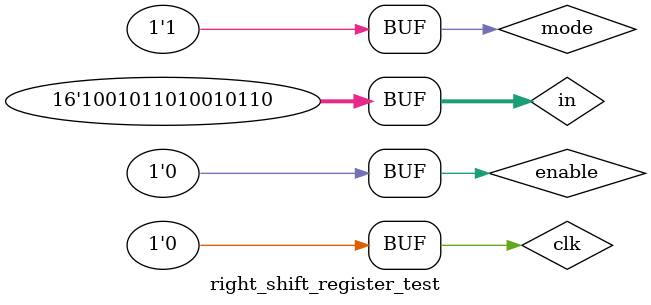
<source format=v>
`timescale 1ns / 1ps


module right_shift_register_test;

	// Inputs
	reg clk;
	reg enable;
	reg [15:0] in;
	reg mode;

	// Outputs
	wire [15:0] out;

	// Instantiate the Unit Under Test (UUT)
	right_shift_register uut (
		.clk(clk), 
		.enable(enable), 
		.in(in), 
		.mode(mode), 
		.out(out)
	);

	initial begin
		// Initialize Inputs
		clk = 0;
		enable = 0;
		in = 0;
		mode = 0;
        
		// Add stimulus here
		enable = 0;
		mode = 1;
		in = 16'b1001011010010110;
	end
    
    // generate clock to sequence tests
    always
        begin
            clk <= 1; # 5; clk <= 0; # 5;
        end
      
endmodule


</source>
